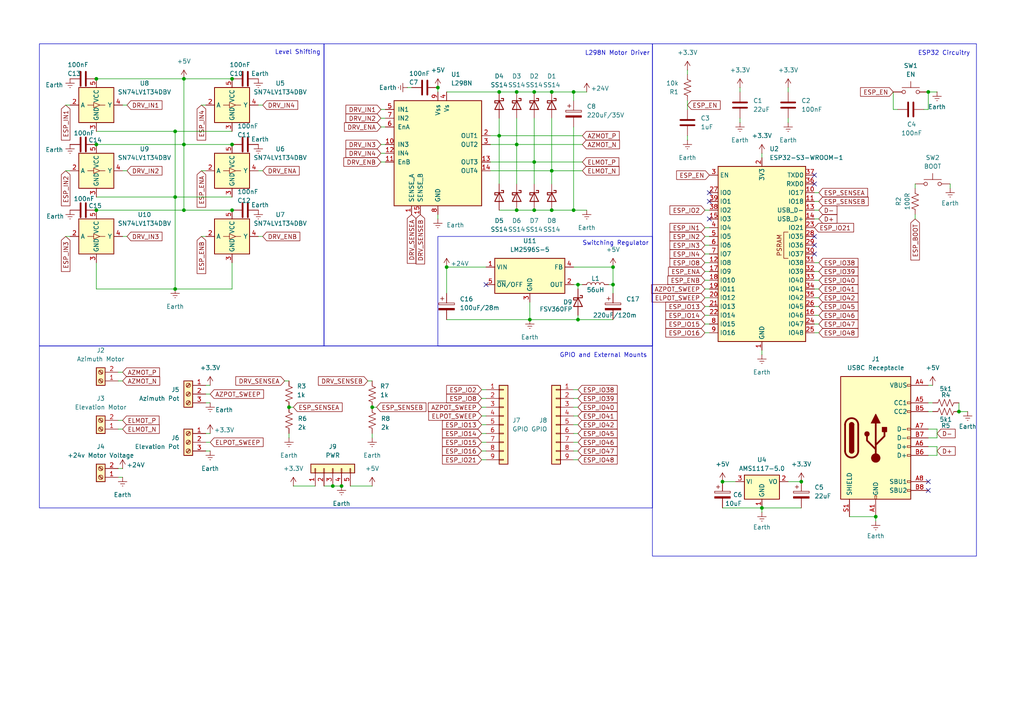
<source format=kicad_sch>
(kicad_sch (version 20250114) (generator "eeschema") (generator_version "9.0")
  (paper "A4")
  (title_block (title "Rotator Control Board") (date "2025-03-09") (rev "1") (company "New England Sci-Tech") (comment 1 "Uses a L298N driver and ESP32") (comment 2 "To be controlled over rotctld"))
  (rectangle (start 11.43 100.33) (end 189.23 147.32))
  (rectangle (start 11.43 12.7) (end 93.98 100.33))
  (rectangle (start 93.98 12.7) (end 189.23 100.33))
  (rectangle (start 189.23 12.7) (end 283.21 161.29))
  (rectangle (start 127 68.58) (end 189.23 100.33))
  (text "L298N Motor Driver\n" (at 179.07 15.494 0) (effects (font (size 1.27 1.27))))
  (text "Switching Regulator\n" (at 178.562 70.612 0) (effects (font (size 1.27 1.27))))
  (text "Level Shifting\n" (at 86.36 15.24 0) (effects (font (size 1.27 1.27))))
  (text "ESP32 Circuitry\n" (at 273.812 15.494 0) (effects (font (size 1.27 1.27))))
  (text "GPIO and External Mounts" (at 175.006 103.124 0) (effects (font (size 1.27 1.27))))
  (junction (at 232.41 139.7))
  (junction (at 167.64 92.71))
  (junction (at 67.31 41.91))
  (junction (at 167.64 82.55))
  (junction (at 160.02 49.53))
  (junction (at 254 149.86))
  (junction (at 154.94 26.67))
  (junction (at 166.37 60.96))
  (junction (at 154.94 46.99))
  (junction (at 127 25.4))
  (junction (at 83.82 118.11))
  (junction (at 154.94 60.96))
  (junction (at 67.31 22.86))
  (junction (at 53.34 22.86))
  (junction (at 144.78 39.37))
  (junction (at 149.86 60.96))
  (junction (at 144.78 26.67))
  (junction (at 149.86 41.91))
  (junction (at 99.06 140.97))
  (junction (at 53.34 41.91))
  (junction (at 50.8 38.1))
  (junction (at 50.8 83.82))
  (junction (at 96.52 140.97))
  (junction (at 53.34 60.96))
  (junction (at 160.02 60.96))
  (junction (at 153.67 92.71))
  (junction (at 177.8 82.55))
  (junction (at 107.95 118.11))
  (junction (at 209.55 139.7))
  (junction (at 67.31 60.96))
  (junction (at 177.8 77.47))
  (junction (at 278.13 119.38))
  (junction (at 50.8 57.15))
  (junction (at 27.94 22.86))
  (junction (at 27.94 60.96))
  (junction (at 27.94 41.91))
  (junction (at 220.98 147.32))
  (junction (at 149.86 26.67))
  (junction (at 160.02 26.67))
  (junction (at 269.24 26.67))
  (junction (at 129.54 77.47))
  (junction (at 166.37 26.67))
  (no_connect (at 140.97 82.55))
  (no_connect (at 236.22 73.66))
  (no_connect (at 236.22 68.58))
  (no_connect (at 205.74 63.5))
  (no_connect (at 236.22 53.34))
  (no_connect (at 236.22 71.12))
  (no_connect (at 205.74 58.42))
  (no_connect (at 236.22 50.8))
  (no_connect (at 205.74 55.88))
  (no_connect (at 269.24 142.24))
  (no_connect (at 269.24 139.7))
  (wire (pts (xy 59.69 128.27) (xy 60.96 128.27)))
  (wire (pts (xy 35.56 121.92) (xy 34.29 121.92)))
  (wire (pts (xy 167.64 118.11) (xy 166.37 118.11)))
  (wire (pts (xy 220.98 44.45) (xy 220.98 45.72)))
  (wire (pts (xy 167.64 82.55) (xy 167.64 83.82)))
  (wire (pts (xy 60.96 111.76) (xy 59.69 111.76)))
  (wire (pts (xy 167.64 92.71) (xy 177.8 92.71)))
  (wire (pts (xy 236.22 55.88) (xy 237.49 55.88)))
  (wire (pts (xy 144.78 39.37) (xy 144.78 53.34)))
  (wire (pts (xy 269.24 127) (xy 271.78 127)))
  (wire (pts (xy 260.35 31.75) (xy 259.08 31.75)))
  (wire (pts (xy 76.2 49.53) (xy 74.93 49.53)))
  (wire (pts (xy 35.56 110.49) (xy 34.29 110.49)))
  (wire (pts (xy 144.78 39.37) (xy 142.24 39.37)))
  (wire (pts (xy 154.94 60.96) (xy 160.02 60.96)))
  (wire (pts (xy 144.78 26.67) (xy 149.86 26.67)))
  (wire (pts (xy 275.59 53.34) (xy 275.59 54.61)))
  (wire (pts (xy 214.63 35.56) (xy 214.63 34.29)))
  (wire (pts (xy 149.86 41.91) (xy 142.24 41.91)))
  (wire (pts (xy 19.05 49.53) (xy 20.32 49.53)))
  (wire (pts (xy 139.7 123.19) (xy 140.97 123.19)))
  (wire (pts (xy 154.94 46.99) (xy 154.94 53.34)))
  (wire (pts (xy 60.96 125.73) (xy 59.69 125.73)))
  (wire (pts (xy 101.6 140.97) (xy 107.95 140.97)))
  (wire (pts (xy 168.91 46.99) (xy 154.94 46.99)))
  (wire (pts (xy 154.94 34.29) (xy 154.94 46.99)))
  (wire (pts (xy 93.98 140.97) (xy 96.52 140.97)))
  (wire (pts (xy 83.82 125.73) (xy 83.82 127)))
  (wire (pts (xy 166.37 77.47) (xy 177.8 77.47)))
  (wire (pts (xy 166.37 26.67) (xy 170.18 26.67)))
  (wire (pts (xy 204.47 73.66) (xy 205.74 73.66)))
  (wire (pts (xy 209.55 139.7) (xy 213.36 139.7)))
  (wire (pts (xy 58.42 49.53) (xy 59.69 49.53)))
  (wire (pts (xy 204.47 91.44) (xy 205.74 91.44)))
  (wire (pts (xy 168.91 39.37) (xy 144.78 39.37)))
  (wire (pts (xy 237.49 83.82) (xy 236.22 83.82)))
  (wire (pts (xy 139.7 133.35) (xy 140.97 133.35)))
  (wire (pts (xy 60.96 116.84) (xy 59.69 116.84)))
  (wire (pts (xy 27.94 83.82) (xy 50.8 83.82)))
  (wire (pts (xy 237.49 91.44) (xy 236.22 91.44)))
  (wire (pts (xy 167.64 82.55) (xy 168.91 82.55)))
  (wire (pts (xy 106.68 110.49) (xy 107.95 110.49)))
  (wire (pts (xy 166.37 82.55) (xy 167.64 82.55)))
  (wire (pts (xy 50.8 38.1) (xy 50.8 57.15)))
  (wire (pts (xy 237.49 78.74) (xy 236.22 78.74)))
  (wire (pts (xy 35.56 124.46) (xy 34.29 124.46)))
  (wire (pts (xy 168.91 41.91) (xy 149.86 41.91)))
  (wire (pts (xy 27.94 60.96) (xy 53.34 60.96)))
  (wire (pts (xy 167.64 123.19) (xy 166.37 123.19)))
  (wire (pts (xy 35.56 135.89) (xy 34.29 135.89)))
  (wire (pts (xy 204.47 93.98) (xy 205.74 93.98)))
  (wire (pts (xy 199.39 40.64) (xy 199.39 39.37)))
  (wire (pts (xy 177.8 82.55) (xy 176.53 82.55)))
  (wire (pts (xy 278.13 116.84) (xy 278.13 119.38)))
  (wire (pts (xy 27.94 38.1) (xy 50.8 38.1)))
  (wire (pts (xy 270.51 111.76) (xy 269.24 111.76)))
  (wire (pts (xy 265.43 63.5) (xy 265.43 62.23)))
  (wire (pts (xy 204.47 83.82) (xy 205.74 83.82)))
  (wire (pts (xy 199.39 20.32) (xy 199.39 21.59)))
  (wire (pts (xy 58.42 68.58) (xy 59.69 68.58)))
  (wire (pts (xy 139.7 115.57) (xy 140.97 115.57)))
  (wire (pts (xy 60.96 130.81) (xy 59.69 130.81)))
  (wire (pts (xy 160.02 49.53) (xy 142.24 49.53)))
  (wire (pts (xy 228.6 25.4) (xy 228.6 26.67)))
  (wire (pts (xy 167.64 113.03) (xy 166.37 113.03)))
  (wire (pts (xy 110.49 44.45) (xy 111.76 44.45)))
  (wire (pts (xy 139.7 120.65) (xy 140.97 120.65)))
  (wire (pts (xy 118.11 25.4) (xy 119.38 25.4)))
  (wire (pts (xy 168.91 49.53) (xy 160.02 49.53)))
  (wire (pts (xy 237.49 76.2) (xy 236.22 76.2)))
  (wire (pts (xy 160.02 60.96) (xy 166.37 60.96)))
  (wire (pts (xy 139.7 130.81) (xy 140.97 130.81)))
  (wire (pts (xy 167.64 125.73) (xy 166.37 125.73)))
  (wire (pts (xy 85.09 140.97) (xy 91.44 140.97)))
  (wire (pts (xy 53.34 22.86) (xy 67.31 22.86)))
  (wire (pts (xy 237.49 96.52) (xy 236.22 96.52)))
  (wire (pts (xy 209.55 147.32) (xy 220.98 147.32)))
  (wire (pts (xy 67.31 83.82) (xy 67.31 76.2)))
  (wire (pts (xy 50.8 83.82) (xy 67.31 83.82)))
  (wire (pts (xy 237.49 86.36) (xy 236.22 86.36)))
  (wire (pts (xy 76.2 30.48) (xy 74.93 30.48)))
  (wire (pts (xy 53.34 41.91) (xy 53.34 60.96)))
  (wire (pts (xy 50.8 57.15) (xy 50.8 83.82)))
  (wire (pts (xy 204.47 60.96) (xy 205.74 60.96)))
  (wire (pts (xy 177.8 77.47) (xy 177.8 82.55)))
  (wire (pts (xy 160.02 34.29) (xy 160.02 49.53)))
  (wire (pts (xy 167.64 120.65) (xy 166.37 120.65)))
  (wire (pts (xy 177.8 85.09) (xy 177.8 82.55)))
  (wire (pts (xy 204.47 81.28) (xy 205.74 81.28)))
  (wire (pts (xy 236.22 63.5) (xy 237.49 63.5)))
  (wire (pts (xy 269.24 119.38) (xy 270.51 119.38)))
  (wire (pts (xy 109.22 118.11) (xy 107.95 118.11)))
  (wire (pts (xy 58.42 30.48) (xy 59.69 30.48)))
  (wire (pts (xy 259.08 31.75) (xy 259.08 26.67)))
  (wire (pts (xy 50.8 57.15) (xy 67.31 57.15)))
  (wire (pts (xy 278.13 119.38) (xy 280.67 119.38)))
  (wire (pts (xy 144.78 60.96) (xy 149.86 60.96)))
  (wire (pts (xy 167.64 115.57) (xy 166.37 115.57)))
  (wire (pts (xy 271.78 129.54) (xy 271.78 132.08)))
  (wire (pts (xy 246.38 149.86) (xy 254 149.86)))
  (wire (pts (xy 269.24 26.67) (xy 269.24 31.75)))
  (wire (pts (xy 166.37 60.96) (xy 170.18 60.96)))
  (wire (pts (xy 166.37 36.83) (xy 166.37 60.96)))
  (wire (pts (xy 237.49 93.98) (xy 236.22 93.98)))
  (wire (pts (xy 36.83 68.58) (xy 35.56 68.58)))
  (wire (pts (xy 85.09 118.11) (xy 83.82 118.11)))
  (wire (pts (xy 220.98 102.87) (xy 220.98 101.6)))
  (wire (pts (xy 228.6 35.56) (xy 228.6 34.29)))
  (wire (pts (xy 265.43 54.61) (xy 265.43 53.34)))
  (wire (pts (xy 271.78 124.46) (xy 271.78 127)))
  (wire (pts (xy 153.67 87.63) (xy 153.67 92.71)))
  (wire (pts (xy 110.49 36.83) (xy 111.76 36.83)))
  (wire (pts (xy 220.98 147.32) (xy 232.41 147.32)))
  (wire (pts (xy 204.47 66.04) (xy 205.74 66.04)))
  (wire (pts (xy 254 151.13) (xy 254 149.86)))
  (wire (pts (xy 96.52 140.97) (xy 99.06 140.97)))
  (wire (pts (xy 27.94 41.91) (xy 53.34 41.91)))
  (wire (pts (xy 232.41 139.7) (xy 228.6 139.7)))
  (wire (pts (xy 269.24 129.54) (xy 271.78 129.54)))
  (wire (pts (xy 154.94 46.99) (xy 142.24 46.99)))
  (wire (pts (xy 139.7 128.27) (xy 140.97 128.27)))
  (wire (pts (xy 127 25.4) (xy 127 26.67)))
  (wire (pts (xy 167.64 130.81) (xy 166.37 130.81)))
  (wire (pts (xy 35.56 138.43) (xy 34.29 138.43)))
  (wire (pts (xy 204.47 76.2) (xy 205.74 76.2)))
  (wire (pts (xy 36.83 30.48) (xy 35.56 30.48)))
  (wire (pts (xy 139.7 125.73) (xy 140.97 125.73)))
  (wire (pts (xy 27.94 22.86) (xy 53.34 22.86)))
  (wire (pts (xy 167.64 91.44) (xy 167.64 92.71)))
  (wire (pts (xy 154.94 26.67) (xy 149.86 26.67)))
  (wire (pts (xy 153.67 92.71) (xy 167.64 92.71)))
  (wire (pts (xy 27.94 57.15) (xy 50.8 57.15)))
  (wire (pts (xy 110.49 34.29) (xy 111.76 34.29)))
  (wire (pts (xy 129.54 77.47) (xy 140.97 77.47)))
  (wire (pts (xy 76.2 68.58) (xy 74.93 68.58)))
  (wire (pts (xy 267.97 31.75) (xy 269.24 31.75)))
  (wire (pts (xy 53.34 41.91) (xy 67.31 41.91)))
  (wire (pts (xy 107.95 125.73) (xy 107.95 127)))
  (wire (pts (xy 19.05 30.48) (xy 20.32 30.48)))
  (wire (pts (xy 237.49 81.28) (xy 236.22 81.28)))
  (wire (pts (xy 60.96 114.3) (xy 59.69 114.3)))
  (wire (pts (xy 204.47 68.58) (xy 205.74 68.58)))
  (wire (pts (xy 50.8 38.1) (xy 67.31 38.1)))
  (wire (pts (xy 19.05 68.58) (xy 20.32 68.58)))
  (wire (pts (xy 204.47 88.9) (xy 205.74 88.9)))
  (wire (pts (xy 204.47 86.36) (xy 205.74 86.36)))
  (wire (pts (xy 149.86 41.91) (xy 149.86 53.34)))
  (wire (pts (xy 139.7 113.03) (xy 140.97 113.03)))
  (wire (pts (xy 269.24 116.84) (xy 270.51 116.84)))
  (wire (pts (xy 220.98 147.32) (xy 220.98 148.59)))
  (wire (pts (xy 269.24 132.08) (xy 271.78 132.08)))
  (wire (pts (xy 204.47 78.74) (xy 205.74 78.74)))
  (wire (pts (xy 204.47 96.52) (xy 205.74 96.52)))
  (wire (pts (xy 53.34 60.96) (xy 67.31 60.96)))
  (wire (pts (xy 129.54 85.09) (xy 129.54 77.47)))
  (wire (pts (xy 236.22 60.96) (xy 237.49 60.96)))
  (wire (pts (xy 129.54 92.71) (xy 153.67 92.71)))
  (wire (pts (xy 199.39 31.75) (xy 199.39 29.21)))
  (wire (pts (xy 160.02 49.53) (xy 160.02 53.34)))
  (wire (pts (xy 82.55 110.49) (xy 83.82 110.49)))
  (wire (pts (xy 167.64 128.27) (xy 166.37 128.27)))
  (wire (pts (xy 110.49 46.99) (xy 111.76 46.99)))
  (wire (pts (xy 36.83 49.53) (xy 35.56 49.53)))
  (wire (pts (xy 204.47 71.12) (xy 205.74 71.12)))
  (wire (pts (xy 129.54 26.67) (xy 144.78 26.67)))
  (wire (pts (xy 149.86 60.96) (xy 154.94 60.96)))
  (wire (pts (xy 53.34 22.86) (xy 53.34 41.91)))
  (wire (pts (xy 139.7 118.11) (xy 140.97 118.11)))
  (wire (pts (xy 27.94 83.82) (xy 27.94 76.2)))
  (wire (pts (xy 167.64 133.35) (xy 166.37 133.35)))
  (wire (pts (xy 237.49 88.9) (xy 236.22 88.9)))
  (wire (pts (xy 127 63.5) (xy 127 62.23)))
  (wire (pts (xy 110.49 31.75) (xy 111.76 31.75)))
  (wire (pts (xy 214.63 25.4) (xy 214.63 26.67)))
  (wire (pts (xy 149.86 34.29) (xy 149.86 41.91)))
  (wire (pts (xy 160.02 26.67) (xy 166.37 26.67)))
  (wire (pts (xy 144.78 34.29) (xy 144.78 39.37)))
  (wire (pts (xy 271.78 124.46) (xy 269.24 124.46)))
  (wire (pts (xy 35.56 107.95) (xy 34.29 107.95)))
  (wire (pts (xy 110.49 41.91) (xy 111.76 41.91)))
  (wire (pts (xy 166.37 26.67) (xy 166.37 29.21)))
  (wire (pts (xy 269.24 26.67) (xy 271.78 26.67)))
  (wire (pts (xy 236.22 58.42) (xy 237.49 58.42)))
  (wire (pts (xy 160.02 26.67) (xy 154.94 26.67)))
  (global_label "DRV_SENSEA" (shape input) (at 82.55 110.49 180) (property "Intersheetrefs" "${INTERSHEET_REFS}" (effects (hide yes))))
  (global_label "DRV_IN1" (shape input) (at 110.49 31.75 180) (property "Intersheetrefs" "${INTERSHEET_REFS}" (effects (hide yes))))
  (global_label "ESP_IO39" (shape input) (at 167.64 115.57 0) (property "Intersheetrefs" "${INTERSHEET_REFS}" (effects (hide yes))))
  (global_label "ESP_IO13" (shape input) (at 204.47 88.9 180) (property "Intersheetrefs" "${INTERSHEET_REFS}" (effects (hide yes))))
  (global_label "ELPOT_SWEEP" (shape input) (at 60.96 128.27 0) (property "Intersheetrefs" "${INTERSHEET_REFS}" (effects (hide yes))))
  (global_label "ESP_IO46" (shape input) (at 167.64 128.27 0) (property "Intersheetrefs" "${INTERSHEET_REFS}" (effects (hide yes))))
  (global_label "ESP_SENSEB" (shape input) (at 237.49 58.42 0) (property "Intersheetrefs" "${INTERSHEET_REFS}" (effects (hide yes))))
  (global_label "AZMOT_N" (shape input) (at 168.91 41.91 0) (property "Intersheetrefs" "${INTERSHEET_REFS}" (effects (hide yes))))
  (global_label "ESP_IO48" (shape input) (at 237.49 96.52 0) (property "Intersheetrefs" "${INTERSHEET_REFS}" (effects (hide yes))))
  (global_label "ESP_IO8" (shape input) (at 204.47 76.2 180) (property "Intersheetrefs" "${INTERSHEET_REFS}" (effects (hide yes))))
  (global_label "ESP_IO15" (shape input) (at 139.7 128.27 180) (property "Intersheetrefs" "${INTERSHEET_REFS}" (effects (hide yes))))
  (global_label "D-" (shape input) (at 271.78 125.73 0) (property "Intersheetrefs" "${INTERSHEET_REFS}" (effects (hide yes))))
  (global_label "AZMOT_P" (shape input) (at 35.56 107.95 0) (property "Intersheetrefs" "${INTERSHEET_REFS}" (effects (hide yes))))
  (global_label "ESP_IO42" (shape input) (at 167.64 123.19 0) (property "Intersheetrefs" "${INTERSHEET_REFS}" (effects (hide yes))))
  (global_label "DRV_SENSEB" (shape input) (at 121.92 62.23 270) (property "Intersheetrefs" "${INTERSHEET_REFS}" (effects (hide yes))))
  (global_label "D+" (shape input) (at 271.78 130.81 0) (property "Intersheetrefs" "${INTERSHEET_REFS}" (effects (hide yes))))
  (global_label "AZPOT_SWEEP" (shape input) (at 204.47 83.82 180) (property "Intersheetrefs" "${INTERSHEET_REFS}" (effects (hide yes))))
  (global_label "ESP_ENB" (shape input) (at 58.42 68.58 270) (property "Intersheetrefs" "${INTERSHEET_REFS}" (effects (hide yes))))
  (global_label "ESP_SENSEB" (shape input) (at 109.22 118.11 0) (property "Intersheetrefs" "${INTERSHEET_REFS}" (effects (hide yes))))
  (global_label "ESP_IO46" (shape input) (at 237.49 91.44 0) (property "Intersheetrefs" "${INTERSHEET_REFS}" (effects (hide yes))))
  (global_label "ESP_IN4" (shape input) (at 58.42 30.48 270) (property "Intersheetrefs" "${INTERSHEET_REFS}" (effects (hide yes))))
  (global_label "ELMOT_N" (shape input) (at 168.91 49.53 0) (property "Intersheetrefs" "${INTERSHEET_REFS}" (effects (hide yes))))
  (global_label "DRV_SENSEA" (shape input) (at 119.38 62.23 270) (property "Intersheetrefs" "${INTERSHEET_REFS}" (effects (hide yes))))
  (global_label "ESP_SENSEA" (shape input) (at 237.49 55.88 0) (property "Intersheetrefs" "${INTERSHEET_REFS}" (effects (hide yes))))
  (global_label "ESP_IN4" (shape input) (at 204.47 73.66 180) (property "Intersheetrefs" "${INTERSHEET_REFS}" (effects (hide yes))))
  (global_label "ESP_IO21" (shape input) (at 236.22 66.04 0) (property "Intersheetrefs" "${INTERSHEET_REFS}" (effects (hide yes))))
  (global_label "DRV_IN4" (shape input) (at 110.49 44.45 180) (property "Intersheetrefs" "${INTERSHEET_REFS}" (effects (hide yes))))
  (global_label "D+" (shape input) (at 237.49 63.5 0) (property "Intersheetrefs" "${INTERSHEET_REFS}" (effects (hide yes))))
  (global_label "ESP_IO40" (shape input) (at 167.64 118.11 0) (property "Intersheetrefs" "${INTERSHEET_REFS}" (effects (hide yes))))
  (global_label "ESP_IO13" (shape input) (at 139.7 123.19 180) (property "Intersheetrefs" "${INTERSHEET_REFS}" (effects (hide yes))))
  (global_label "AZPOT_SWEEP" (shape input) (at 139.7 118.11 180) (property "Intersheetrefs" "${INTERSHEET_REFS}" (effects (hide yes))))
  (global_label "DRV_ENB" (shape input) (at 76.2 68.58 0) (property "Intersheetrefs" "${INTERSHEET_REFS}" (effects (hide yes))))
  (global_label "ESP_SENSEA" (shape input) (at 85.09 118.11 0) (property "Intersheetrefs" "${INTERSHEET_REFS}" (effects (hide yes))))
  (global_label "DRV_IN2" (shape input) (at 110.49 34.29 180) (property "Intersheetrefs" "${INTERSHEET_REFS}" (effects (hide yes))))
  (global_label "AZMOT_P" (shape input) (at 168.91 39.37 0) (property "Intersheetrefs" "${INTERSHEET_REFS}" (effects (hide yes))))
  (global_label "ESP_ENA" (shape input) (at 58.42 49.53 270) (property "Intersheetrefs" "${INTERSHEET_REFS}" (effects (hide yes))))
  (global_label "ESP_IO21" (shape input) (at 139.7 133.35 180) (property "Intersheetrefs" "${INTERSHEET_REFS}" (effects (hide yes))))
  (global_label "ESP_IO16" (shape input) (at 204.47 96.52 180) (property "Intersheetrefs" "${INTERSHEET_REFS}" (effects (hide yes))))
  (global_label "DRV_SENSEB" (shape input) (at 106.68 110.49 180) (property "Intersheetrefs" "${INTERSHEET_REFS}" (effects (hide yes))))
  (global_label "ESP_ENB" (shape input) (at 204.47 81.28 180) (property "Intersheetrefs" "${INTERSHEET_REFS}" (effects (hide yes))))
  (global_label "DRV_IN4" (shape input) (at 76.2 30.48 0) (property "Intersheetrefs" "${INTERSHEET_REFS}" (effects (hide yes))))
  (global_label "ELPOT_SWEEP" (shape input) (at 139.7 120.65 180) (property "Intersheetrefs" "${INTERSHEET_REFS}" (effects (hide yes))))
  (global_label "DRV_ENB" (shape input) (at 110.49 46.99 180) (property "Intersheetrefs" "${INTERSHEET_REFS}" (effects (hide yes))))
  (global_label "ESP_ENA" (shape input) (at 204.47 78.74 180) (property "Intersheetrefs" "${INTERSHEET_REFS}" (effects (hide yes))))
  (global_label "D-" (shape input) (at 237.49 60.96 0) (property "Intersheetrefs" "${INTERSHEET_REFS}" (effects (hide yes))))
  (global_label "DRV_IN3" (shape input) (at 110.49 41.91 180) (property "Intersheetrefs" "${INTERSHEET_REFS}" (effects (hide yes))))
  (global_label "ESP_IO45" (shape input) (at 167.64 125.73 0) (property "Intersheetrefs" "${INTERSHEET_REFS}" (effects (hide yes))))
  (global_label "ESP_IO38" (shape input) (at 237.49 76.2 0) (property "Intersheetrefs" "${INTERSHEET_REFS}" (effects (hide yes))))
  (global_label "ESP_EN" (shape input) (at 205.74 50.8 180) (property "Intersheetrefs" "${INTERSHEET_REFS}" (effects (hide yes))))
  (global_label "AZPOT_SWEEP" (shape input) (at 60.96 114.3 0) (property "Intersheetrefs" "${INTERSHEET_REFS}" (effects (hide yes))))
  (global_label "ESP_IO14" (shape input) (at 204.47 91.44 180) (property "Intersheetrefs" "${INTERSHEET_REFS}" (effects (hide yes))))
  (global_label "ESP_BOOT" (shape input) (at 265.43 63.5 270) (property "Intersheetrefs" "${INTERSHEET_REFS}" (effects (hide yes))))
  (global_label "DRV_ENA" (shape input) (at 110.49 36.83 180) (property "Intersheetrefs" "${INTERSHEET_REFS}" (effects (hide yes))))
  (global_label "ESP_IO38" (shape input) (at 167.64 113.03 0) (property "Intersheetrefs" "${INTERSHEET_REFS}" (effects (hide yes))))
  (global_label "ESP_IN1" (shape input) (at 204.47 66.04 180) (property "Intersheetrefs" "${INTERSHEET_REFS}" (effects (hide yes))))
  (global_label "ESP_IO2" (shape input) (at 204.47 60.96 180) (property "Intersheetrefs" "${INTERSHEET_REFS}" (effects (hide yes))))
  (global_label "ESP_IN3" (shape input) (at 19.05 68.58 270) (property "Intersheetrefs" "${INTERSHEET_REFS}" (effects (hide yes))))
  (global_label "ESP_IN3" (shape input) (at 204.47 71.12 180) (property "Intersheetrefs" "${INTERSHEET_REFS}" (effects (hide yes))))
  (global_label "ESP_IO48" (shape input) (at 167.64 133.35 0) (property "Intersheetrefs" "${INTERSHEET_REFS}" (effects (hide yes))))
  (global_label "AZMOT_N" (shape input) (at 35.56 110.49 0) (property "Intersheetrefs" "${INTERSHEET_REFS}" (effects (hide yes))))
  (global_label "ESP_IO2" (shape input) (at 139.7 113.03 180) (property "Intersheetrefs" "${INTERSHEET_REFS}" (effects (hide yes))))
  (global_label "DRV_IN1" (shape input) (at 36.83 30.48 0) (property "Intersheetrefs" "${INTERSHEET_REFS}" (effects (hide yes))))
  (global_label "ESP_EN" (shape input) (at 199.39 30.48 0) (property "Intersheetrefs" "${INTERSHEET_REFS}" (effects (hide yes))))
  (global_label "ESP_IO45" (shape input) (at 237.49 88.9 0) (property "Intersheetrefs" "${INTERSHEET_REFS}" (effects (hide yes))))
  (global_label "ESP_EN" (shape input) (at 259.08 26.67 180) (property "Intersheetrefs" "${INTERSHEET_REFS}" (effects (hide yes))))
  (global_label "DRV_IN3" (shape input) (at 36.83 68.58 0) (property "Intersheetrefs" "${INTERSHEET_REFS}" (effects (hide yes))))
  (global_label "ESP_IO41" (shape input) (at 167.64 120.65 0) (property "Intersheetrefs" "${INTERSHEET_REFS}" (effects (hide yes))))
  (global_label "ESP_IO47" (shape input) (at 237.49 93.98 0) (property "Intersheetrefs" "${INTERSHEET_REFS}" (effects (hide yes))))
  (global_label "ELMOT_P" (shape input) (at 35.56 121.92 0) (property "Intersheetrefs" "${INTERSHEET_REFS}" (effects (hide yes))))
  (global_label "ESP_IO8" (shape input) (at 139.7 115.57 180) (property "Intersheetrefs" "${INTERSHEET_REFS}" (effects (hide yes))))
  (global_label "DRV_ENA" (shape input) (at 76.2 49.53 0) (property "Intersheetrefs" "${INTERSHEET_REFS}" (effects (hide yes))))
  (global_label "ESP_IN2" (shape input) (at 204.47 68.58 180) (property "Intersheetrefs" "${INTERSHEET_REFS}" (effects (hide yes))))
  (global_label "ESP_IO42" (shape input) (at 237.49 86.36 0) (property "Intersheetrefs" "${INTERSHEET_REFS}" (effects (hide yes))))
  (global_label "ESP_IO41" (shape input) (at 237.49 83.82 0) (property "Intersheetrefs" "${INTERSHEET_REFS}" (effects (hide yes))))
  (global_label "ELPOT_SWEEP" (shape input) (at 204.47 86.36 180) (property "Intersheetrefs" "${INTERSHEET_REFS}" (effects (hide yes))))
  (global_label "ESP_IO47" (shape input) (at 167.64 130.81 0) (property "Intersheetrefs" "${INTERSHEET_REFS}" (effects (hide yes))))
  (global_label "ESP_IO39" (shape input) (at 237.49 78.74 0) (property "Intersheetrefs" "${INTERSHEET_REFS}" (effects (hide yes))))
  (global_label "ESP_IO14" (shape input) (at 139.7 125.73 180) (property "Intersheetrefs" "${INTERSHEET_REFS}" (effects (hide yes))))
  (global_label "ELMOT_P" (shape input) (at 168.91 46.99 0) (property "Intersheetrefs" "${INTERSHEET_REFS}" (effects (hide yes))))
  (global_label "ESP_IN1" (shape input) (at 19.05 30.48 270) (property "Intersheetrefs" "${INTERSHEET_REFS}" (effects (hide yes))))
  (global_label "ESP_IO16" (shape input) (at 139.7 130.81 180) (property "Intersheetrefs" "${INTERSHEET_REFS}" (effects (hide yes))))
  (global_label "ESP_IO40" (shape input) (at 237.49 81.28 0) (property "Intersheetrefs" "${INTERSHEET_REFS}" (effects (hide yes))))
  (global_label "ESP_IO15" (shape input) (at 204.47 93.98 180) (property "Intersheetrefs" "${INTERSHEET_REFS}" (effects (hide yes))))
  (global_label "DRV_IN2" (shape input) (at 36.83 49.53 0) (property "Intersheetrefs" "${INTERSHEET_REFS}" (effects (hide yes))))
  (global_label "ELMOT_N" (shape input) (at 35.56 124.46 0) (property "Intersheetrefs" "${INTERSHEET_REFS}" (effects (hide yes))))
  (global_label "ESP_IN2" (shape input) (at 19.05 49.53 270) (property "Intersheetrefs" "${INTERSHEET_REFS}" (effects (hide yes))))
  (symbol (lib_id "power:+5V") (at 270.51 111.76 0) (unit 1)
    (property "Reference" "#PWR017" (effects (hide yes)))
    (property "Value" "+5V" (at 270.51 106.68 0))
    (property "Description" "Power symbol creates a global label with name \"+5V\"" (effects (hide yes)))
  )
  (symbol (lib_id "power:+3.3V") (at 199.39 20.32 0) (unit 1)
    (property "Reference" "#PWR07" (effects (hide yes)))
    (property "Value" "+3.3V" (at 199.39 15.24 0))
    (property "Description" "Power symbol creates a global label with name \"+3.3V\"" (effects (hide yes)))
  )
  (symbol (lib_id "power:+24V") (at 170.18 26.67 0) (unit 1)
    (property "Reference" "#PWR022" (effects (hide yes)))
    (property "Value" "+24V" (at 173.99 25.654 0))
    (property "Description" "Power symbol creates a global label with name \"+24V\"" (effects (hide yes)))
  )
  (symbol (lib_id "Device:C_Polarized") (at 232.41 143.51 0) (unit 1)
    (property "Reference" "C5" (at 236.22 141.3509 0) (effects (justify left)))
    (property "Value" "22uF" (at 236.22 143.8909 0) (effects (justify left)))
    (property "Footprint" "Capacitor_SMD:C_0805_2012Metric" (effects (hide yes)))
    (property "Description" "Polarized capacitor" (effects (hide yes)))
  )
  (symbol (lib_id "Switch:SW_Push") (at 270.51 53.34 0) (unit 1)
    (property "Reference" "SW2" (at 270.51 45.72 0))
    (property "Value" "BOOT" (at 270.51 48.26 0))
    (property "Footprint" "Button_Switch_THT:SW_PUSH_6mm" (effects (hide yes)))
    (property "Description" "Push button switch, generic, two pins" (effects (hide yes)))
  )
  (symbol (lib_id "power:+5V") (at 127 25.4 0) (unit 1)
    (property "Reference" "#PWR011" (effects (hide yes)))
    (property "Value" "+5V" (at 127 20.32 0))
    (property "Description" "Power symbol creates a global label with name \"+5V\"" (effects (hide yes)))
  )
  (symbol (lib_id "power:+3.3V") (at 85.09 140.97 0) (unit 1)
    (property "Reference" "#PWR025" (effects (hide yes)))
    (property "Value" "+3.3V" (at 85.09 135.89 0))
    (property "Description" "Power symbol creates a global label with name \"+3.3V\"" (effects (hide yes)))
  )
  (symbol (lib_id "power:Earth") (at 20.32 22.86 0) (unit 1)
    (property "Reference" "#PWR035" (effects (hide yes)))
    (property "Value" "Earth" (at 15.748 24.638 0))
    (property "Description" "Power symbol creates a global label with name \"Earth\"" (effects (hide yes)))
  )
  (symbol (lib_id "Regulator_Switching:LM2596S-5") (at 153.67 80.01 0) (unit 1)
    (property "Reference" "U11" (at 153.67 69.85 0))
    (property "Value" "LM2596S-5" (at 153.67 72.39 0))
    (property "Footprint" "Package_TO_SOT_SMD:TO-263-5_TabPin3" (effects (hide yes)))
    (property "Datasheet" "http://www.ti.com/lit/ds/symlink/lm2596.pdf" (effects (hide yes)))
    (property "Description" "5V 3A Step-Down Voltage Regulator, TO-263" (effects (hide yes)))
  )
  (symbol (lib_id "power:Earth") (at 60.96 130.81 0) (unit 1)
    (property "Reference" "#PWR030" (effects (hide yes)))
    (property "Value" "Earth" (at 60.96 135.89 0))
    (property "Description" "Power symbol creates a global label with name \"Earth\"" (effects (hide yes)))
  )
  (symbol (lib_id "Device:C_Polarized") (at 129.54 88.9 0) (unit 1)
    (property "Reference" "C16" (at 133.35 86.7409 0) (effects (justify left)))
    (property "Value" "100uF/28m" (at 133.35 89.2809 0) (effects (justify left)))
    (property "Footprint" "EEH_ZA1H101P:PCAP_EEHZ_G_PAN" (effects (hide yes)))
    (property "Description" "Polarized capacitor" (effects (hide yes)))
  )
  (symbol (lib_id "Diode:SS14") (at 144.78 57.15 270) (unit 1)
    (property "Reference" "D5" (at 144.78 64.008 90))
    (property "Value" "SS14" (at 144.78 66.548 90))
    (property "Footprint" "Diode_SMD:D_SMA" (effects (hide yes)))
    (property "Datasheet" "https://www.vishay.com/docs/88746/ss12.pdf" (effects (hide yes)))
    (property "Description" "40V 1A Schottky Diode, SMA" (effects (hide yes)))
  )
  (symbol (lib_id "power:+24V") (at 35.56 135.89 0) (unit 1)
    (property "Reference" "#PWR020" (effects (hide yes)))
    (property "Value" "+24V" (at 39.37 134.874 0))
    (property "Description" "Power symbol creates a global label with name \"+24V\"" (effects (hide yes)))
  )
  (symbol (lib_id "Logic_LevelTranslator:SN74LV1T34DBV") (at 27.94 49.53 0) (unit 1)
    (property "Reference" "U9" (at 41.91 43.2114 0))
    (property "Value" "SN74LV1T34DBV" (at 41.91 45.7514 0))
    (property "Footprint" "Package_TO_SOT_SMD:SOT-23-5" (effects (hide yes)))
    (property "Datasheet" "https://www.ti.com/lit/ds/symlink/sn74lv1t34.pdf" (effects (hide yes)))
    (property "Description" "Single Power Supply, Single Buffer GATE, CMOS Logic, Level Shifter, SOT-23-5" (effects (hide yes)))
  )
  (symbol (lib_id "power:Earth") (at 275.59 54.61 0) (unit 1)
    (property "Reference" "#PWR010" (effects (hide yes)))
    (property "Value" "Earth" (at 275.59 58.928 0))
    (property "Description" "Power symbol creates a global label with name \"Earth\"" (effects (hide yes)))
  )
  (symbol (lib_id "RF_Module:ESP32-S3-WROOM-1") (at 220.98 73.66 0) (unit 1)
    (property "Reference" "U2" (at 223.1741 43.18 0) (effects (justify left)))
    (property "Value" "ESP32-S3-WROOM-1" (at 223.1741 45.72 0) (effects (justify left)))
    (property "Footprint" "RF_Module:ESP32-S3-WROOM-1" (effects (hide yes)))
    (property "Datasheet" "https://www.espressif.com/sites/default/files/documentation/esp32-s3-wroom-1_wroom-1u_datasheet_en.pdf" (effects (hide yes)))
    (property "Description" "RF Module, ESP32-S3 SoC, Wi-Fi 802.11b/g/n, Bluetooth, BLE, 32-bit, 3.3V, onboard antenna, SMD" (effects (hide yes)))
  )
  (symbol (lib_id "Connector:Screw_Terminal_01x02") (at 29.21 124.46 180) (unit 1)
    (property "Reference" "J3" (at 29.21 115.57 0))
    (property "Value" "Elevation Motor" (at 29.21 118.11 0))
    (property "Footprint" "TerminalBlock:TerminalBlock_MaiXu_MX126-5.0-02P_1x02_P5.00mm" (effects (hide yes)))
    (property "Description" "Generic screw terminal, single row, 01x02, script generated (kicad-library-utils/schlib/autogen/connector/)" (effects (hide yes)))
  )
  (symbol (lib_id "power:Earth") (at 99.06 140.97 0) (unit 1)
    (property "Reference" "#PWR024" (effects (hide yes)))
    (property "Value" "Earth" (at 99.06 146.05 0))
    (property "Description" "Power symbol creates a global label with name \"Earth\"" (effects (hide yes)))
  )
  (symbol (lib_id "power:Earth") (at 271.78 26.67 0) (unit 1)
    (property "Reference" "#PWR09" (effects (hide yes)))
    (property "Value" "Earth" (at 271.78 30.988 0))
    (property "Description" "Power symbol creates a global label with name \"Earth\"" (effects (hide yes)))
  )
  (symbol (lib_id "Diode:SS14") (at 149.86 30.48 270) (unit 1)
    (property "Reference" "D3" (at 149.86 22.098 90))
    (property "Value" "SS14" (at 149.86 24.638 90))
    (property "Footprint" "Diode_SMD:D_SMA" (effects (hide yes)))
    (property "Datasheet" "https://www.vishay.com/docs/88746/ss12.pdf" (effects (hide yes)))
    (property "Description" "40V 1A Schottky Diode, SMA" (effects (hide yes)))
  )
  (symbol (lib_id "power:Earth") (at 199.39 40.64 0) (unit 1)
    (property "Reference" "#PWR08" (effects (hide yes)))
    (property "Value" "Earth" (at 199.39 45.72 0))
    (property "Description" "Power symbol creates a global label with name \"Earth\"" (effects (hide yes)))
  )
  (symbol (lib_id "power:Earth") (at 74.93 60.96 0) (unit 1)
    (property "Reference" "#PWR038" (effects (hide yes)))
    (property "Value" "Earth" (at 75.438 59.436 0))
    (property "Description" "Power symbol creates a global label with name \"Earth\"" (effects (hide yes)))
  )
  (symbol (lib_id "Device:C") (at 264.16 31.75 90) (unit 1)
    (property "Reference" "C4" (at 264.414 36.068 90))
    (property "Value" "100nF" (at 264.414 38.608 90))
    (property "Footprint" "Capacitor_SMD:C_0805_2012Metric" (effects (hide yes)))
    (property "Description" "Unpolarized capacitor" (effects (hide yes)))
  )
  (symbol (lib_id "Device:C") (at 24.13 41.91 270) (unit 1)
    (property "Reference" "C14" (at 25.654 40.64 90) (effects (justify left)))
    (property "Value" "100nF" (at 21.336 38.608 90) (effects (justify left)))
    (property "Footprint" "Capacitor_SMD:C_0805_2012Metric" (effects (hide yes)))
    (property "Description" "Unpolarized capacitor" (effects (hide yes)))
  )
  (symbol (lib_id "Device:R_US") (at 274.32 119.38 270) (unit 1)
    (property "Reference" "R5" (at 274.32 123.444 90))
    (property "Value" "5k1" (at 274.32 121.666 90))
    (property "Footprint" "Resistor_SMD:R_0805_2012Metric" (effects (hide yes)))
    (property "Description" "Resistor, US symbol" (effects (hide yes)))
  )
  (symbol (lib_id "Connector_Generic:Conn_01x09") (at 146.05 123.19 0) (unit 1)
    (property "Reference" "J7" (at 148.59 121.9199 0) (effects (justify left)))
    (property "Value" "GPIO" (at 148.59 124.4599 0) (effects (justify left)))
    (property "Footprint" "Connector_PinSocket_2.54mm:PinSocket_1x09_P2.54mm_Vertical" (effects (hide yes)))
    (property "Description" "Generic connector, single row, 01x09, script generated (kicad-library-utils/schlib/autogen/connector/)" (effects (hide yes)))
  )
  (symbol (lib_id "Device:C") (at 24.13 60.96 270) (unit 1)
    (property "Reference" "C15" (at 25.654 59.69 90) (effects (justify left)))
    (property "Value" "100nF" (at 21.336 57.658 90) (effects (justify left)))
    (property "Footprint" "Capacitor_SMD:C_0805_2012Metric" (effects (hide yes)))
    (property "Description" "Unpolarized capacitor" (effects (hide yes)))
  )
  (symbol (lib_id "power:Earth") (at 50.8 83.82 0) (unit 1)
    (property "Reference" "#PWR031" (effects (hide yes)))
    (property "Value" "Earth" (at 50.8 88.9 0))
    (property "Description" "Power symbol creates a global label with name \"Earth\"" (effects (hide yes)))
  )
  (symbol (lib_id "Device:C") (at 24.13 22.86 270) (unit 1)
    (property "Reference" "C13" (at 19.558 21.336 90) (effects (justify left)))
    (property "Value" "100nF" (at 19.558 18.796 90) (effects (justify left)))
    (property "Footprint" "Capacitor_SMD:C_0805_2012Metric" (effects (hide yes)))
    (property "Description" "Unpolarized capacitor" (effects (hide yes)))
  )
  (symbol (lib_id "power:Earth") (at 118.11 25.4 270) (unit 1)
    (property "Reference" "#PWR018" (effects (hide yes)))
    (property "Value" "Earth" (at 112.522 25.4 90))
    (property "Description" "Power symbol creates a global label with name \"Earth\"" (effects (hide yes)))
  )
  (symbol (lib_id "Device:R_US") (at 83.82 114.3 0) (unit 1)
    (property "Reference" "R3" (at 86.106 112.014 0) (effects (justify left)))
    (property "Value" "1k" (at 86.106 114.554 0) (effects (justify left)))
    (property "Footprint" "Resistor_SMD:R_0805_2012Metric" (effects (hide yes)))
    (property "Description" "Resistor, US symbol" (effects (hide yes)))
  )
  (symbol (lib_id "Logic_LevelTranslator:SN74LV1T34DBV") (at 67.31 30.48 0) (unit 1)
    (property "Reference" "U5" (at 81.28 24.1614 0))
    (property "Value" "SN74LV1T34DBV" (at 81.28 26.7014 0))
    (property "Footprint" "Package_TO_SOT_SMD:SOT-23-5" (effects (hide yes)))
    (property "Datasheet" "https://www.ti.com/lit/ds/symlink/sn74lv1t34.pdf" (effects (hide yes)))
    (property "Description" "Single Power Supply, Single Buffer GATE, CMOS Logic, Level Shifter, SOT-23-5" (effects (hide yes)))
  )
  (symbol (lib_id "Device:L") (at 172.72 82.55 90) (unit 1)
    (property "Reference" "L1" (at 172.72 80.772 90))
    (property "Value" "56uH" (at 172.72 84.074 90))
    (property "Footprint" "IHLP6767GZER560M11:IND_IHLP-6767GZ_VIS" (effects (hide yes)))
    (property "Description" "Inductor" (effects (hide yes)))
  )
  (symbol (lib_id "Diode:SS14") (at 154.94 30.48 270) (unit 1)
    (property "Reference" "D2" (at 154.94 22.098 90))
    (property "Value" "SS14" (at 154.94 24.638 90))
    (property "Footprint" "Diode_SMD:D_SMA" (effects (hide yes)))
    (property "Datasheet" "https://www.vishay.com/docs/88746/ss12.pdf" (effects (hide yes)))
    (property "Description" "40V 1A Schottky Diode, SMA" (effects (hide yes)))
  )
  (symbol (lib_id "Device:C") (at 71.12 60.96 270) (unit 1)
    (property "Reference" "C12" (at 68.834 58.166 90) (effects (justify left)))
    (property "Value" "100nF" (at 68.834 55.626 90) (effects (justify left)))
    (property "Footprint" "Capacitor_SMD:C_0805_2012Metric" (effects (hide yes)))
    (property "Description" "Unpolarized capacitor" (effects (hide yes)))
  )
  (symbol (lib_id "Logic_LevelTranslator:SN74LV1T34DBV") (at 27.94 68.58 0) (unit 1)
    (property "Reference" "U10" (at 41.91 62.2614 0))
    (property "Value" "SN74LV1T34DBV" (at 41.91 64.8014 0))
    (property "Footprint" "Package_TO_SOT_SMD:SOT-23-5" (effects (hide yes)))
    (property "Datasheet" "https://www.ti.com/lit/ds/symlink/sn74lv1t34.pdf" (effects (hide yes)))
    (property "Description" "Single Power Supply, Single Buffer GATE, CMOS Logic, Level Shifter, SOT-23-5" (effects (hide yes)))
  )
  (symbol (lib_id "Connector:Screw_Terminal_01x02") (at 29.21 110.49 180) (unit 1)
    (property "Reference" "J2" (at 29.21 101.6 0))
    (property "Value" "Azimuth Motor" (at 29.21 104.14 0))
    (property "Footprint" "TerminalBlock:TerminalBlock_MaiXu_MX126-5.0-02P_1x02_P5.00mm" (effects (hide yes)))
    (property "Description" "Generic screw terminal, single row, 01x02, script generated (kicad-library-utils/schlib/autogen/connector/)" (effects (hide yes)))
  )
  (symbol (lib_id "power:Earth") (at 280.67 119.38 0) (unit 1)
    (property "Reference" "#PWR012" (effects (hide yes)))
    (property "Value" "Earth" (at 280.67 123.698 0))
    (property "Description" "Power symbol creates a global label with name \"Earth\"" (effects (hide yes)))
  )
  (symbol (lib_id "power:Earth") (at 153.67 92.71 0) (unit 1)
    (property "Reference" "#PWR041" (effects (hide yes)))
    (property "Value" "Earth" (at 153.67 97.79 0))
    (property "Description" "Power symbol creates a global label with name \"Earth\"" (effects (hide yes)))
  )
  (symbol (lib_id "power:+3.3V") (at 220.98 44.45 0) (unit 1)
    (property "Reference" "#PWR01" (effects (hide yes)))
    (property "Value" "+3.3V" (at 220.98 39.37 0))
    (property "Description" "Power symbol creates a global label with name \"+3.3V\"" (effects (hide yes)))
  )
  (symbol (lib_id "Device:R_US") (at 265.43 58.42 0) (unit 1)
    (property "Reference" "R2" (at 260.604 58.42 90))
    (property "Value" "100R" (at 263.144 58.42 90))
    (property "Footprint" "Resistor_SMD:R_0805_2012Metric" (effects (hide yes)))
    (property "Description" "Resistor, US symbol" (effects (hide yes)))
  )
  (symbol (lib_id "Device:R_US") (at 107.95 114.3 0) (unit 1)
    (property "Reference" "R7" (at 110.236 112.014 0) (effects (justify left)))
    (property "Value" "1k" (at 110.236 114.554 0) (effects (justify left)))
    (property "Footprint" "Resistor_SMD:R_0805_2012Metric" (effects (hide yes)))
    (property "Description" "Resistor, US symbol" (effects (hide yes)))
  )
  (symbol (lib_id "Device:R_US") (at 199.39 25.4 180) (unit 1)
    (property "Reference" "R1" (at 196.85 26.6701 0) (effects (justify left)))
    (property "Value" "10k" (at 196.85 24.1301 0) (effects (justify left)))
    (property "Footprint" "Resistor_SMD:R_0805_2012Metric" (effects (hide yes)))
    (property "Description" "Resistor, US symbol" (effects (hide yes)))
  )
  (symbol (lib_id "power:+5V") (at 53.34 22.86 0) (unit 1)
    (property "Reference" "#PWR032" (effects (hide yes)))
    (property "Value" "+5V" (at 53.34 17.78 0))
    (property "Description" "Power symbol creates a global label with name \"+5V\"" (effects (hide yes)))
  )
  (symbol (lib_id "power:+3.3V") (at 232.41 139.7 0) (unit 1)
    (property "Reference" "#PWR014" (effects (hide yes)))
    (property "Value" "+3.3V" (at 232.41 134.62 0))
    (property "Description" "Power symbol creates a global label with name \"+3.3V\"" (effects (hide yes)))
  )
  (symbol (lib_id "Connector_Generic:Conn_01x09") (at 161.29 123.19 0) (mirror y) (unit 1)
    (property "Reference" "J8" (at 158.75 121.9199 0) (effects (justify left)))
    (property "Value" "GPIO" (at 158.75 124.4599 0) (effects (justify left)))
    (property "Footprint" "Connector_PinSocket_2.54mm:PinSocket_1x09_P2.54mm_Vertical" (effects (hide yes)))
    (property "Description" "Generic connector, single row, 01x09, script generated (kicad-library-utils/schlib/autogen/connector/)" (effects (hide yes)))
  )
  (symbol (lib_id "power:Earth") (at 74.93 41.91 0) (unit 1)
    (property "Reference" "#PWR037" (effects (hide yes)))
    (property "Value" "Earth" (at 75.438 40.386 0))
    (property "Description" "Power symbol creates a global label with name \"Earth\"" (effects (hide yes)))
  )
  (symbol (lib_id "Logic_LevelTranslator:SN74LV1T34DBV") (at 67.31 68.58 0) (unit 1)
    (property "Reference" "U7" (at 81.28 62.2614 0))
    (property "Value" "SN74LV1T34DBV" (at 81.28 64.8014 0))
    (property "Footprint" "Package_TO_SOT_SMD:SOT-23-5" (effects (hide yes)))
    (property "Datasheet" "https://www.ti.com/lit/ds/symlink/sn74lv1t34.pdf" (effects (hide yes)))
    (property "Description" "Single Power Supply, Single Buffer GATE, CMOS Logic, Level Shifter, SOT-23-5" (effects (hide yes)))
  )
  (symbol (lib_id "Connector:USB_C_Receptacle_USB2.0_16P") (at 254 127 0) (unit 1)
    (property "Reference" "J1" (at 254 104.14 0))
    (property "Value" "USBC Receptacle" (at 254 106.68 0))
    (property "Footprint" "Connector_USB:USB_C_Receptacle_GCT_USB4105-xx-A_16P_TopMnt_Horizontal" (effects (hide yes)))
    (property "Datasheet" "https://www.usb.org/sites/default/files/documents/usb_type-c.zip" (effects (hide yes)))
    (property "Description" "USB 2.0-only 16P Type-C Receptacle connector" (effects (hide yes)))
  )
  (symbol (lib_id "power:Earth") (at 220.98 102.87 0) (unit 1)
    (property "Reference" "#PWR02" (effects (hide yes)))
    (property "Value" "Earth" (at 220.98 107.95 0))
    (property "Description" "Power symbol creates a global label with name \"Earth\"" (effects (hide yes)))
  )
  (symbol (lib_id "power:+5V") (at 209.55 139.7 0) (unit 1)
    (property "Reference" "#PWR015" (effects (hide yes)))
    (property "Value" "+5V" (at 209.55 134.62 0))
    (property "Description" "Power symbol creates a global label with name \"+5V\"" (effects (hide yes)))
  )
  (symbol (lib_id "power:Earth") (at 214.63 35.56 0) (unit 1)
    (property "Reference" "#PWR04" (effects (hide yes)))
    (property "Value" "Earth" (at 214.63 40.64 0))
    (property "Description" "Power symbol creates a global label with name \"Earth\"" (effects (hide yes)))
  )
  (symbol (lib_id "power:Earth") (at 74.93 22.86 0) (unit 1)
    (property "Reference" "#PWR036" (effects (hide yes)))
    (property "Value" "Earth" (at 75.438 21.336 0))
    (property "Description" "Power symbol creates a global label with name \"Earth\"" (effects (hide yes)))
  )
  (symbol (lib_id "Diode:SS14") (at 160.02 57.15 270) (unit 1)
    (property "Reference" "D8" (at 160.02 64.008 90))
    (property "Value" "SS14" (at 160.02 66.548 90))
    (property "Footprint" "Diode_SMD:D_SMA" (effects (hide yes)))
    (property "Datasheet" "https://www.vishay.com/docs/88746/ss12.pdf" (effects (hide yes)))
    (property "Description" "40V 1A Schottky Diode, SMA" (effects (hide yes)))
  )
  (symbol (lib_id "power:+3.3V") (at 214.63 25.4 0) (unit 1)
    (property "Reference" "#PWR03" (effects (hide yes)))
    (property "Value" "+3.3V" (at 214.63 20.32 0))
    (property "Description" "Power symbol creates a global label with name \"+3.3V\"" (effects (hide yes)))
  )
  (symbol (lib_id "Connector:Screw_Terminal_01x03") (at 54.61 114.3 0) (mirror y) (unit 1)
    (property "Reference" "J5" (at 52.07 113.0299 0) (effects (justify left)))
    (property "Value" "Azimuth Pot" (at 52.07 115.5699 0) (effects (justify left)))
    (property "Footprint" "TerminalBlock:TerminalBlock_MaiXu_MX126-5.0-03P_1x03_P5.00mm" (effects (hide yes)))
    (property "Description" "Generic screw terminal, single row, 01x03, script generated (kicad-library-utils/schlib/autogen/connector/)" (effects (hide yes)))
  )
  (symbol (lib_id "Device:R_US") (at 274.32 116.84 270) (unit 1)
    (property "Reference" "R4" (at 274.32 114.554 90))
    (property "Value" "5k1" (at 274.32 112.776 90))
    (property "Footprint" "Resistor_SMD:R_0805_2012Metric" (effects (hide yes)))
    (property "Description" "Resistor, US symbol" (effects (hide yes)))
  )
  (symbol (lib_id "power:Earth") (at 220.98 148.59 0) (unit 1)
    (property "Reference" "#PWR016" (effects (hide yes)))
    (property "Value" "Earth" (at 220.98 152.908 0))
    (property "Description" "Power symbol creates a global label with name \"Earth\"" (effects (hide yes)))
  )
  (symbol (lib_id "Device:R_US") (at 83.82 121.92 0) (unit 1)
    (property "Reference" "R6" (at 86.36 121.412 0) (effects (justify left)))
    (property "Value" "2k" (at 86.36 123.952 0) (effects (justify left)))
    (property "Footprint" "Resistor_SMD:R_0805_2012Metric" (effects (hide yes)))
    (property "Description" "Resistor, US symbol" (effects (hide yes)))
  )
  (symbol (lib_id "Device:C") (at 228.6 30.48 0) (unit 1)
    (property "Reference" "C2" (at 232.41 29.2099 0) (effects (justify left)))
    (property "Value" "100nF" (at 232.41 31.7499 0) (effects (justify left)))
    (property "Footprint" "Capacitor_SMD:C_0805_2012Metric" (effects (hide yes)))
    (property "Description" "Unpolarized capacitor" (effects (hide yes)))
  )
  (symbol (lib_id "Device:C") (at 123.19 25.4 270) (unit 1)
    (property "Reference" "C7" (at 118.618 23.876 90) (effects (justify left)))
    (property "Value" "100nF" (at 118.618 21.336 90) (effects (justify left)))
    (property "Footprint" "Capacitor_SMD:C_0805_2012Metric" (effects (hide yes)))
    (property "Description" "Unpolarized capacitor" (effects (hide yes)))
  )
  (symbol (lib_id "Device:R_US") (at 107.95 121.92 0) (unit 1)
    (property "Reference" "R8" (at 110.49 121.412 0) (effects (justify left)))
    (property "Value" "2k" (at 110.49 123.952 0) (effects (justify left)))
    (property "Footprint" "Resistor_SMD:R_0805_2012Metric" (effects (hide yes)))
    (property "Description" "Resistor, US symbol" (effects (hide yes)))
  )
  (symbol (lib_id "Device:D_Schottky") (at 167.64 87.63 270) (unit 1)
    (property "Reference" "D9" (at 163.322 87.63 90) (effects (justify left)))
    (property "Value" "FSV360FP" (at 156.464 89.662 90) (effects (justify left)))
    (property "Footprint" "B360A_13_F:B360A-13-F_DIO" (effects (hide yes)))
    (property "Description" "Schottky diode" (effects (hide yes)))
  )
  (symbol (lib_id "power:+24V") (at 129.54 77.47 0) (unit 1)
    (property "Reference" "#PWR042" (effects (hide yes)))
    (property "Value" "+24V" (at 133.35 76.454 0))
    (property "Description" "Power symbol creates a global label with name \"+24V\"" (effects (hide yes)))
  )
  (symbol (lib_id "Device:C_Polarized") (at 177.8 88.9 0) (unit 1)
    (property "Reference" "C17" (at 181.61 86.7409 0) (effects (justify left)))
    (property "Value" "220uF/120m" (at 171.958 91.44 0) (effects (justify left)))
    (property "Footprint" "UUD1V221MNL1GS:U2-P_NCH" (effects (hide yes)))
    (property "Description" "Polarized capacitor" (effects (hide yes)))
  )
  (symbol (lib_id "Device:C") (at 71.12 22.86 270) (unit 1)
    (property "Reference" "C10" (at 66.548 21.336 90) (effects (justify left)))
    (property "Value" "100nF" (at 66.548 18.796 90) (effects (justify left)))
    (property "Footprint" "Capacitor_SMD:C_0805_2012Metric" (effects (hide yes)))
    (property "Description" "Unpolarized capacitor" (effects (hide yes)))
  )
  (symbol (lib_id "power:Earth") (at 35.56 138.43 0) (unit 1)
    (property "Reference" "#PWR019" (effects (hide yes)))
    (property "Value" "Earth" (at 35.56 143.51 0))
    (property "Description" "Power symbol creates a global label with name \"Earth\"" (effects (hide yes)))
  )
  (symbol (lib_id "Logic_LevelTranslator:SN74LV1T34DBV") (at 27.94 30.48 0) (unit 1)
    (property "Reference" "U8" (at 41.91 24.1614 0))
    (property "Value" "SN74LV1T34DBV" (at 41.91 26.7014 0))
    (property "Footprint" "Package_TO_SOT_SMD:SOT-23-5" (effects (hide yes)))
    (property "Datasheet" "https://www.ti.com/lit/ds/symlink/sn74lv1t34.pdf" (effects (hide yes)))
    (property "Description" "Single Power Supply, Single Buffer GATE, CMOS Logic, Level Shifter, SOT-23-5" (effects (hide yes)))
  )
  (symbol (lib_id "power:Earth") (at 127 63.5 0) (unit 1)
    (property "Reference" "#PWR021" (effects (hide yes)))
    (property "Value" "Earth" (at 132.08 65.278 0))
    (property "Description" "Power symbol creates a global label with name \"Earth\"" (effects (hide yes)))
  )
  (symbol (lib_id "Diode:SS14") (at 144.78 30.48 270) (unit 1)
    (property "Reference" "D4" (at 144.78 22.098 90))
    (property "Value" "SS14" (at 144.78 24.638 90))
    (property "Footprint" "Diode_SMD:D_SMA" (effects (hide yes)))
    (property "Datasheet" "https://www.vishay.com/docs/88746/ss12.pdf" (effects (hide yes)))
    (property "Description" "40V 1A Schottky Diode, SMA" (effects (hide yes)))
  )
  (symbol (lib_id "Device:C") (at 199.39 35.56 0) (unit 1)
    (property "Reference" "C3" (at 203.2 34.2899 0) (effects (justify left)))
    (property "Value" "1uF" (at 203.2 36.8299 0) (effects (justify left)))
    (property "Footprint" "Capacitor_SMD:C_0805_2012Metric" (effects (hide yes)))
    (property "Description" "Unpolarized capacitor" (effects (hide yes)))
  )
  (symbol (lib_id "Connector:Screw_Terminal_01x02") (at 29.21 138.43 180) (unit 1)
    (property "Reference" "J4" (at 29.21 129.54 0))
    (property "Value" "+24v Motor Voltage" (at 29.21 132.08 0))
    (property "Footprint" "TerminalBlock:TerminalBlock_MaiXu_MX126-5.0-02P_1x02_P5.00mm" (effects (hide yes)))
    (property "Description" "Generic screw terminal, single row, 01x02, script generated (kicad-library-utils/schlib/autogen/connector/)" (effects (hide yes)))
  )
  (symbol (lib_id "Diode:SS14") (at 160.02 30.48 270) (unit 1)
    (property "Reference" "D1" (at 160.02 22.098 90))
    (property "Value" "SS14" (at 160.02 24.638 90))
    (property "Footprint" "Diode_SMD:D_SMA" (effects (hide yes)))
    (property "Datasheet" "https://www.vishay.com/docs/88746/ss12.pdf" (effects (hide yes)))
    (property "Description" "40V 1A Schottky Diode, SMA" (effects (hide yes)))
  )
  (symbol (lib_id "Switch:SW_Push") (at 264.16 26.67 0) (unit 1)
    (property "Reference" "SW1" (at 264.16 19.05 0))
    (property "Value" "EN" (at 264.16 21.59 0))
    (property "Footprint" "Button_Switch_THT:SW_PUSH_6mm" (effects (hide yes)))
    (property "Description" "Push button switch, generic, two pins" (effects (hide yes)))
  )
  (symbol (lib_id "power:Earth") (at 228.6 35.56 0) (unit 1)
    (property "Reference" "#PWR06" (effects (hide yes)))
    (property "Value" "Earth" (at 228.6 40.64 0))
    (property "Description" "Power symbol creates a global label with name \"Earth\"" (effects (hide yes)))
  )
  (symbol (lib_id "power:+3.3V") (at 60.96 125.73 0) (unit 1)
    (property "Reference" "#PWR029" (effects (hide yes)))
    (property "Value" "+3.3V" (at 65.024 124.714 0))
    (property "Description" "Power symbol creates a global label with name \"+3.3V\"" (effects (hide yes)))
  )
  (symbol (lib_id "power:+3.3V") (at 60.96 111.76 0) (unit 1)
    (property "Reference" "#PWR027" (effects (hide yes)))
    (property "Value" "+3.3V" (at 60.96 106.68 0))
    (property "Description" "Power symbol creates a global label with name \"+3.3V\"" (effects (hide yes)))
  )
  (symbol (lib_id "power:Earth") (at 60.96 116.84 0) (unit 1)
    (property "Reference" "#PWR028" (effects (hide yes)))
    (property "Value" "Earth" (at 65.024 118.872 0))
    (property "Description" "Power symbol creates a global label with name \"Earth\"" (effects (hide yes)))
  )
  (symbol (lib_id "power:Earth") (at 170.18 60.96 0) (unit 1)
    (property "Reference" "#PWR023" (effects (hide yes)))
    (property "Value" "Earth" (at 170.18 66.04 0))
    (property "Description" "Power symbol creates a global label with name \"Earth\"" (effects (hide yes)))
  )
  (symbol (lib_id "power:Earth") (at 83.82 127 0) (unit 1)
    (property "Reference" "#PWR039" (effects (hide yes)))
    (property "Value" "Earth" (at 83.82 132.08 0))
    (property "Description" "Power symbol creates a global label with name \"Earth\"" (effects (hide yes)))
  )
  (symbol (lib_id "power:Earth") (at 20.32 41.91 0) (unit 1)
    (property "Reference" "#PWR034" (effects (hide yes)))
    (property "Value" "Earth" (at 15.748 43.434 0))
    (property "Description" "Power symbol creates a global label with name \"Earth\"" (effects (hide yes)))
  )
  (symbol (lib_id "power:+3.3V") (at 228.6 25.4 0) (unit 1)
    (property "Reference" "#PWR05" (effects (hide yes)))
    (property "Value" "+3.3V" (at 228.6 20.32 0))
    (property "Description" "Power symbol creates a global label with name \"+3.3V\"" (effects (hide yes)))
  )
  (symbol (lib_id "Driver_Motor:L298N") (at 127 44.45 0) (unit 1)
    (property "Reference" "U1" (at 130.81 21.59 0) (effects (justify left)))
    (property "Value" "L298N" (at 130.81 24.13 0) (effects (justify left)))
    (property "Footprint" "Package_TO_SOT_THT:TO-220-15_P2.54x2.54mm_StaggerOdd_Lead4.58mm_Vertical" (effects (hide yes)))
    (property "Datasheet" "http://www.st.com/st-web-ui/static/active/en/resource/technical/document/datasheet/CD00000240.pdf" (effects (hide yes)))
    (property "Description" "Dual full bridge motor driver, up to 46V, 4A, Multiwatt15-V" (effects (hide yes)))
  )
  (symbol (lib_id "Device:C_Polarized") (at 166.37 33.02 0) (unit 1)
    (property "Reference" "C8" (at 170.18 30.8609 0) (effects (justify left)))
    (property "Value" "220uF/35V" (at 170.18 33.4009 0) (effects (justify left)))
    (property "Footprint" "EEE_1VA221UP:CAP_EEE1VA221UP" (effects (hide yes)))
    (property "Description" "Polarized capacitor" (effects (hide yes)))
  )
  (symbol (lib_id "Diode:SS14") (at 154.94 57.15 270) (unit 1)
    (property "Reference" "D7" (at 154.94 64.008 90))
    (property "Value" "SS14" (at 154.94 66.548 90))
    (property "Footprint" "Diode_SMD:D_SMA" (effects (hide yes)))
    (property "Datasheet" "https://www.vishay.com/docs/88746/ss12.pdf" (effects (hide yes)))
    (property "Description" "40V 1A Schottky Diode, SMA" (effects (hide yes)))
  )
  (symbol (lib_id "power:Earth") (at 107.95 127 0) (unit 1)
    (property "Reference" "#PWR040" (effects (hide yes)))
    (property "Value" "Earth" (at 107.95 132.08 0))
    (property "Description" "Power symbol creates a global label with name \"Earth\"" (effects (hide yes)))
  )
  (symbol (lib_id "power:+5V") (at 107.95 140.97 0) (unit 1)
    (property "Reference" "#PWR026" (effects (hide yes)))
    (property "Value" "+5V" (at 107.95 135.89 0))
    (property "Description" "Power symbol creates a global label with name \"+5V\"" (effects (hide yes)))
  )
  (symbol (lib_id "Regulator_Linear:AMS1117-5.0") (at 220.98 139.7 0) (unit 1)
    (property "Reference" "U4" (at 220.98 133.35 0))
    (property "Value" "AMS1117-5.0" (at 220.98 135.89 0))
    (property "Footprint" "Package_TO_SOT_SMD:SOT-223-3_TabPin2" (effects (hide yes)))
    (property "Datasheet" "http://www.advanced-monolithic.com/pdf/ds1117.pdf" (effects (hide yes)))
    (property "Description" "1A Low Dropout regulator, positive, 5.0V fixed output, SOT-223" (effects (hide yes)))
  )
  (symbol (lib_id "Device:C") (at 71.12 41.91 270) (unit 1)
    (property "Reference" "C11" (at 68.834 39.116 90) (effects (justify left)))
    (property "Value" "100nF" (at 68.834 36.576 90) (effects (justify left)))
    (property "Footprint" "Capacitor_SMD:C_0805_2012Metric" (effects (hide yes)))
    (property "Description" "Unpolarized capacitor" (effects (hide yes)))
  )
  (symbol (lib_id "Device:C") (at 214.63 30.48 0) (unit 1)
    (property "Reference" "C1" (at 218.44 29.2099 0) (effects (justify left)))
    (property "Value" "22uF" (at 218.44 31.7499 0) (effects (justify left)))
    (property "Footprint" "Capacitor_SMD:C_0805_2012Metric" (effects (hide yes)))
    (property "Description" "Unpolarized capacitor" (effects (hide yes)))
  )
  (symbol (lib_id "power:Earth") (at 254 151.13 0) (unit 1)
    (property "Reference" "#PWR013" (effects (hide yes)))
    (property "Value" "Earth" (at 254 155.448 0))
    (property "Description" "Power symbol creates a global label with name \"Earth\"" (effects (hide yes)))
  )
  (symbol (lib_id "power:Earth") (at 20.32 60.96 0) (unit 1)
    (property "Reference" "#PWR033" (effects (hide yes)))
    (property "Value" "Earth" (at 16.002 62.738 0))
    (property "Description" "Power symbol creates a global label with name \"Earth\"" (effects (hide yes)))
  )
  (symbol (lib_id "Logic_LevelTranslator:SN74LV1T34DBV") (at 67.31 49.53 0) (unit 1)
    (property "Reference" "U6" (at 81.28 43.2114 0))
    (property "Value" "SN74LV1T34DBV" (at 81.28 45.7514 0))
    (property "Footprint" "Package_TO_SOT_SMD:SOT-23-5" (effects (hide yes)))
    (property "Datasheet" "https://www.ti.com/lit/ds/symlink/sn74lv1t34.pdf" (effects (hide yes)))
    (property "Description" "Single Power Supply, Single Buffer GATE, CMOS Logic, Level Shifter, SOT-23-5" (effects (hide yes)))
  )
  (symbol (lib_id "Connector_Generic:Conn_01x05") (at 96.52 135.89 90) (unit 1)
    (property "Reference" "J9" (at 96.52 129.54 90))
    (property "Value" "PWR" (at 96.52 132.08 90))
    (property "Footprint" "Connector_PinHeader_2.54mm:PinHeader_1x05_P2.54mm_Vertical" (effects (hide yes)))
    (property "Description" "Generic connector, single row, 01x05, script generated (kicad-library-utils/schlib/autogen/connector/)" (effects (hide yes)))
  )
  (symbol (lib_id "power:+5V") (at 177.8 77.47 0) (unit 1)
    (property "Reference" "#PWR043" (effects (hide yes)))
    (property "Value" "+5V" (at 177.8 72.39 0))
    (property "Description" "Power symbol creates a global label with name \"+5V\"" (effects (hide yes)))
  )
  (symbol (lib_id "Connector:Screw_Terminal_01x03") (at 54.61 128.27 0) (mirror y) (unit 1)
    (property "Reference" "J6" (at 52.07 126.9999 0) (effects (justify left)))
    (property "Value" "Elevation Pot" (at 52.07 129.5399 0) (effects (justify left)))
    (property "Footprint" "TerminalBlock:TerminalBlock_MaiXu_MX126-5.0-03P_1x03_P5.00mm" (effects (hide yes)))
    (property "Description" "Generic screw terminal, single row, 01x03, script generated (kicad-library-utils/schlib/autogen/connector/)" (effects (hide yes)))
  )
  (symbol (lib_id "Device:C_Polarized") (at 209.55 143.51 0) (unit 1)
    (property "Reference" "C6" (at 212.598 143.51 0) (effects (justify left)))
    (property "Value" "10uF" (at 210.312 146.05 0) (effects (justify left)))
    (property "Footprint" "Capacitor_SMD:C_0805_2012Metric" (effects (hide yes)))
    (property "Description" "Polarized capacitor" (effects (hide yes)))
  )
  (symbol (lib_id "Diode:SS14") (at 149.86 57.15 270) (unit 1)
    (property "Reference" "D6" (at 149.86 64.008 90))
    (property "Value" "SS14" (at 149.86 66.548 90))
    (property "Footprint" "Diode_SMD:D_SMA" (effects (hide yes)))
    (property "Datasheet" "https://www.vishay.com/docs/88746/ss12.pdf" (effects (hide yes)))
    (property "Description" "40V 1A Schottky Diode, SMA" (effects (hide yes)))
  )
)
</source>
